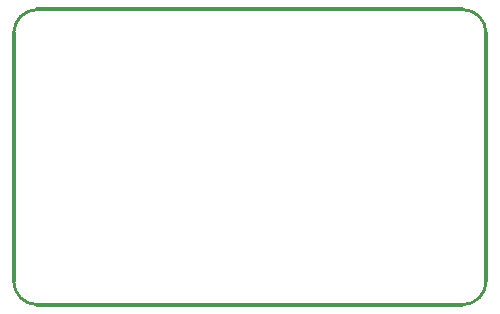
<source format=gm1>
G04*
G04 #@! TF.GenerationSoftware,Altium Limited,Altium Designer,24.1.2 (44)*
G04*
G04 Layer_Color=16711935*
%FSLAX44Y44*%
%MOMM*%
G71*
G04*
G04 #@! TF.SameCoordinates,92EDBDDB-073E-4DD7-8E9B-4F7EAADC4A97*
G04*
G04*
G04 #@! TF.FilePolarity,Positive*
G04*
G01*
G75*
%ADD31C,0.2540*%
%ADD32C,0.3000*%
D31*
X20000Y250000D02*
G03*
X0Y230000I0J-20000D01*
G01*
Y20000D02*
G03*
X20000Y0I20000J0D01*
G01*
X400000Y230000D02*
G03*
X380000Y250000I-20000J0D01*
G01*
Y0D02*
G03*
X400000Y20000I-0J20000D01*
G01*
D32*
X20000Y250000D02*
X380000D01*
X0Y20000D02*
Y230000D01*
X20000Y0D02*
X380000D01*
X400000Y20000D02*
Y230000D01*
M02*

</source>
